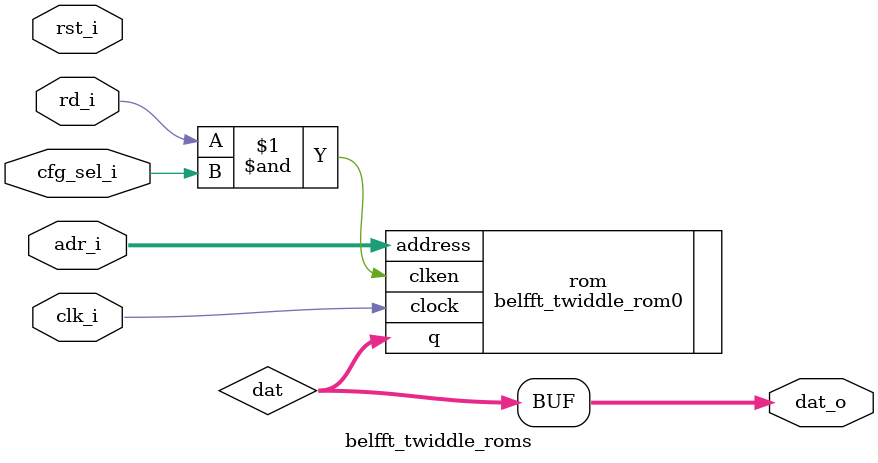
<source format=v>


`include "bel_fft_def.v"


module belfft_twiddle_roms (clk_i, rst_i, adr_i, rd_i, dat_o, cfg_sel_i);

    parameter word_width = 16;
    parameter config_num = 1;
    parameter max_awidth = 6;

    parameter size = 256;
    parameter awidth = 6;
    parameter file_name = "bel_rom_twiddles.dat";

    parameter size2 = 256;
    parameter awidth2 = 6;
    parameter file_name2 = "bel_rom_twiddles2.dat";

    parameter size3 = 256;
    parameter awidth3 = 6;
    parameter file_name3 = "bel_rom_twiddles3.dat";

    parameter size4 = 256;
    parameter awidth4 = 6;
    parameter file_name4 = "bel_rom_twiddles4.dat";

    input clk_i;
    input rst_i;
    input [max_awidth - 1:0] adr_i;
    input rd_i;
    output [word_width * 2 - 1:0] dat_o;
    input [config_num - 1:0] cfg_sel_i;

    reg [word_width * 2 - 1:0] dat_o;
    wire [word_width * 2 - 1:0] dat;
    wire [word_width * 2 - 1:0] dat2;
    wire [word_width * 2 - 1:0] dat3;
    wire [word_width * 2 - 1:0] dat4;

    belfft_twiddle_rom0 rom (
        .address (adr_i[awidth - 1:0]),
        .clken (rd_i & cfg_sel_i[0]),
        .clock (clk_i),
        .q (dat));

generate

    if (config_num > 1) begin
    
        belfft_twiddle_rom1 rom2 (
            .address (adr_i[awidth2 - 1:0]),
            .clken (rd_i & cfg_sel_i[1]),
            .clock (clk_i),
            .q (dat2));

        if (config_num > 2) begin

            belfft_twiddle_rom2 rom3 (
                .address (adr_i[awidth3 - 1:0]),
                .clken (rd_i & cfg_sel_i[2]),
                .clock (clk_i),
                .q (dat3));

            if (config_num > 3) begin

                belfft_twiddle_rom3 rom4 (
                    .address (adr_i[awidth4 - 1:0]),
                    .clken (rd_i & cfg_sel_i[3]),
                    .clock (clk_i),
                    .q (dat4));

                always @ (cfg_sel_i or dat or dat2 or dat3 or dat4) begin
                    case (cfg_sel_i)
                        4'b1000: begin
                            dat_o = dat4;
                        end
                        4'b0100: begin
                            dat_o = dat3;
                        end
                        4'b0010: begin
                            dat_o = dat2;
                        end
                        default: begin
                            dat_o = dat;
                        end
                    endcase
                end

            end else begin

                always @ (cfg_sel_i or dat or dat2 or dat3) begin
                    case (cfg_sel_i)
                        3'b100: begin
                            dat_o = dat3;
                        end
                        3'b010: begin
                            dat_o = dat2;
                        end
                        default: begin
                            dat_o = dat;
                        end
                    endcase
                end

            end

        end else begin

            always @ (cfg_sel_i or dat or dat2) begin
                case (cfg_sel_i)
                    2'b10: begin
                        dat_o = dat2;
                    end
                    default: begin
                        dat_o = dat;
                    end
                endcase
            end

        end

    end else begin

        always @ (dat)
          dat_o = dat;

    end

endgenerate

    
endmodule // belfft_twiddle_roms


</source>
